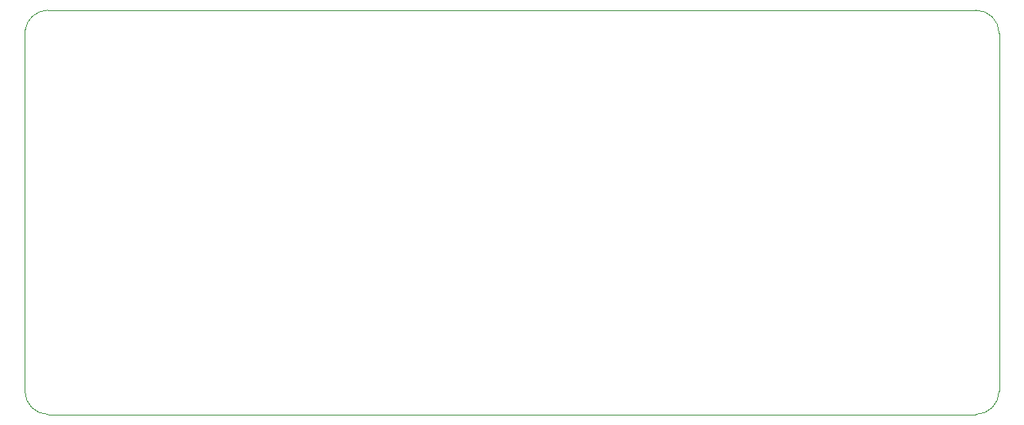
<source format=gbr>
%TF.GenerationSoftware,KiCad,Pcbnew,7.0.2*%
%TF.CreationDate,2023-05-10T11:38:04+01:00*%
%TF.ProjectId,serial_snooper,73657269-616c-45f7-936e-6f6f7065722e,rev?*%
%TF.SameCoordinates,Original*%
%TF.FileFunction,Profile,NP*%
%FSLAX46Y46*%
G04 Gerber Fmt 4.6, Leading zero omitted, Abs format (unit mm)*
G04 Created by KiCad (PCBNEW 7.0.2) date 2023-05-10 11:38:04*
%MOMM*%
%LPD*%
G01*
G04 APERTURE LIST*
%TA.AperFunction,Profile*%
%ADD10C,0.100000*%
%TD*%
G04 APERTURE END LIST*
D10*
X207500000Y-111500000D02*
X207500000Y-73250000D01*
X105927513Y-70750001D02*
G75*
G03*
X103511240Y-73002358I72487J-2499999D01*
G01*
X205000000Y-114000000D02*
G75*
G03*
X207500000Y-111500000I0J2500000D01*
G01*
X205000000Y-114000000D02*
X106000000Y-114000000D01*
X205000000Y-70750000D02*
X105927513Y-70750001D01*
X103511240Y-73002358D02*
X103500000Y-111501240D01*
X103500000Y-111501240D02*
G75*
G03*
X106000000Y-114000000I2500000J1240D01*
G01*
X207500000Y-73250000D02*
G75*
G03*
X205000000Y-70750000I-2500000J0D01*
G01*
M02*

</source>
